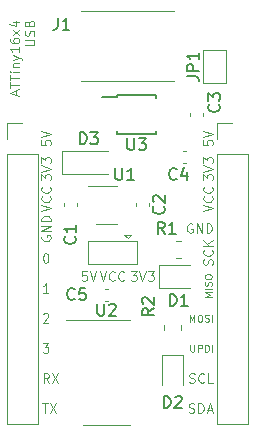
<source format=gbr>
%TF.GenerationSoftware,KiCad,Pcbnew,(5.1.9)-1*%
%TF.CreationDate,2022-01-17T13:57:47-05:00*%
%TF.ProjectId,Dev16x4USB,44657631-3678-4345-9553-422e6b696361,rev?*%
%TF.SameCoordinates,Original*%
%TF.FileFunction,Legend,Top*%
%TF.FilePolarity,Positive*%
%FSLAX46Y46*%
G04 Gerber Fmt 4.6, Leading zero omitted, Abs format (unit mm)*
G04 Created by KiCad (PCBNEW (5.1.9)-1) date 2022-01-17 13:57:47*
%MOMM*%
%LPD*%
G01*
G04 APERTURE LIST*
%ADD10C,0.100000*%
%ADD11C,0.120000*%
%ADD12C,0.150000*%
G04 APERTURE END LIST*
D10*
X106163333Y-82665000D02*
X106163333Y-82284047D01*
X106391904Y-82741190D02*
X105591904Y-82474523D01*
X106391904Y-82207857D01*
X105591904Y-82055476D02*
X105591904Y-81598333D01*
X106391904Y-81826904D02*
X105591904Y-81826904D01*
X105591904Y-81445952D02*
X105591904Y-80988809D01*
X106391904Y-81217380D02*
X105591904Y-81217380D01*
X106391904Y-80722142D02*
X105858571Y-80722142D01*
X105591904Y-80722142D02*
X105630000Y-80760238D01*
X105668095Y-80722142D01*
X105630000Y-80684047D01*
X105591904Y-80722142D01*
X105668095Y-80722142D01*
X105858571Y-80341190D02*
X106391904Y-80341190D01*
X105934761Y-80341190D02*
X105896666Y-80303095D01*
X105858571Y-80226904D01*
X105858571Y-80112619D01*
X105896666Y-80036428D01*
X105972857Y-79998333D01*
X106391904Y-79998333D01*
X105858571Y-79693571D02*
X106391904Y-79503095D01*
X105858571Y-79312619D02*
X106391904Y-79503095D01*
X106582380Y-79579285D01*
X106620476Y-79617380D01*
X106658571Y-79693571D01*
X106391904Y-78588809D02*
X106391904Y-79045952D01*
X106391904Y-78817380D02*
X105591904Y-78817380D01*
X105706190Y-78893571D01*
X105782380Y-78969761D01*
X105820476Y-79045952D01*
X105591904Y-77903095D02*
X105591904Y-78055476D01*
X105630000Y-78131666D01*
X105668095Y-78169761D01*
X105782380Y-78245952D01*
X105934761Y-78284047D01*
X106239523Y-78284047D01*
X106315714Y-78245952D01*
X106353809Y-78207857D01*
X106391904Y-78131666D01*
X106391904Y-77979285D01*
X106353809Y-77903095D01*
X106315714Y-77865000D01*
X106239523Y-77826904D01*
X106049047Y-77826904D01*
X105972857Y-77865000D01*
X105934761Y-77903095D01*
X105896666Y-77979285D01*
X105896666Y-78131666D01*
X105934761Y-78207857D01*
X105972857Y-78245952D01*
X106049047Y-78284047D01*
X106391904Y-77560238D02*
X105858571Y-77141190D01*
X105858571Y-77560238D02*
X106391904Y-77141190D01*
X105858571Y-76493571D02*
X106391904Y-76493571D01*
X105553809Y-76684047D02*
X106125238Y-76874523D01*
X106125238Y-76379285D01*
X106891904Y-78474523D02*
X107539523Y-78474523D01*
X107615714Y-78436428D01*
X107653809Y-78398333D01*
X107691904Y-78322142D01*
X107691904Y-78169761D01*
X107653809Y-78093571D01*
X107615714Y-78055476D01*
X107539523Y-78017380D01*
X106891904Y-78017380D01*
X107653809Y-77674523D02*
X107691904Y-77560238D01*
X107691904Y-77369761D01*
X107653809Y-77293571D01*
X107615714Y-77255476D01*
X107539523Y-77217380D01*
X107463333Y-77217380D01*
X107387142Y-77255476D01*
X107349047Y-77293571D01*
X107310952Y-77369761D01*
X107272857Y-77522142D01*
X107234761Y-77598333D01*
X107196666Y-77636428D01*
X107120476Y-77674523D01*
X107044285Y-77674523D01*
X106968095Y-77636428D01*
X106930000Y-77598333D01*
X106891904Y-77522142D01*
X106891904Y-77331666D01*
X106930000Y-77217380D01*
X107272857Y-76607857D02*
X107310952Y-76493571D01*
X107349047Y-76455476D01*
X107425238Y-76417380D01*
X107539523Y-76417380D01*
X107615714Y-76455476D01*
X107653809Y-76493571D01*
X107691904Y-76569761D01*
X107691904Y-76874523D01*
X106891904Y-76874523D01*
X106891904Y-76607857D01*
X106930000Y-76531666D01*
X106968095Y-76493571D01*
X107044285Y-76455476D01*
X107120476Y-76455476D01*
X107196666Y-76493571D01*
X107234761Y-76531666D01*
X107272857Y-76607857D01*
X107272857Y-76874523D01*
X121989904Y-86512380D02*
X121989904Y-86893333D01*
X122370857Y-86931428D01*
X122332761Y-86893333D01*
X122294666Y-86817142D01*
X122294666Y-86626666D01*
X122332761Y-86550476D01*
X122370857Y-86512380D01*
X122447047Y-86474285D01*
X122637523Y-86474285D01*
X122713714Y-86512380D01*
X122751809Y-86550476D01*
X122789904Y-86626666D01*
X122789904Y-86817142D01*
X122751809Y-86893333D01*
X122713714Y-86931428D01*
X121989904Y-86245714D02*
X122789904Y-85979047D01*
X121989904Y-85712380D01*
X121989904Y-89890476D02*
X121989904Y-89395238D01*
X122294666Y-89661904D01*
X122294666Y-89547619D01*
X122332761Y-89471428D01*
X122370857Y-89433333D01*
X122447047Y-89395238D01*
X122637523Y-89395238D01*
X122713714Y-89433333D01*
X122751809Y-89471428D01*
X122789904Y-89547619D01*
X122789904Y-89776190D01*
X122751809Y-89852380D01*
X122713714Y-89890476D01*
X121989904Y-89166666D02*
X122789904Y-88900000D01*
X121989904Y-88633333D01*
X121989904Y-88442857D02*
X121989904Y-87947619D01*
X122294666Y-88214285D01*
X122294666Y-88100000D01*
X122332761Y-88023809D01*
X122370857Y-87985714D01*
X122447047Y-87947619D01*
X122637523Y-87947619D01*
X122713714Y-87985714D01*
X122751809Y-88023809D01*
X122789904Y-88100000D01*
X122789904Y-88328571D01*
X122751809Y-88404761D01*
X122713714Y-88442857D01*
X121989904Y-92506666D02*
X122789904Y-92240000D01*
X121989904Y-91973333D01*
X122713714Y-91249523D02*
X122751809Y-91287619D01*
X122789904Y-91401904D01*
X122789904Y-91478095D01*
X122751809Y-91592380D01*
X122675619Y-91668571D01*
X122599428Y-91706666D01*
X122447047Y-91744761D01*
X122332761Y-91744761D01*
X122180380Y-91706666D01*
X122104190Y-91668571D01*
X122028000Y-91592380D01*
X121989904Y-91478095D01*
X121989904Y-91401904D01*
X122028000Y-91287619D01*
X122066095Y-91249523D01*
X122713714Y-90449523D02*
X122751809Y-90487619D01*
X122789904Y-90601904D01*
X122789904Y-90678095D01*
X122751809Y-90792380D01*
X122675619Y-90868571D01*
X122599428Y-90906666D01*
X122447047Y-90944761D01*
X122332761Y-90944761D01*
X122180380Y-90906666D01*
X122104190Y-90868571D01*
X122028000Y-90792380D01*
X121989904Y-90678095D01*
X121989904Y-90601904D01*
X122028000Y-90487619D01*
X122066095Y-90449523D01*
X121042428Y-93580000D02*
X120966238Y-93541904D01*
X120851952Y-93541904D01*
X120737666Y-93580000D01*
X120661476Y-93656190D01*
X120623380Y-93732380D01*
X120585285Y-93884761D01*
X120585285Y-93999047D01*
X120623380Y-94151428D01*
X120661476Y-94227619D01*
X120737666Y-94303809D01*
X120851952Y-94341904D01*
X120928142Y-94341904D01*
X121042428Y-94303809D01*
X121080523Y-94265714D01*
X121080523Y-93999047D01*
X120928142Y-93999047D01*
X121423380Y-94341904D02*
X121423380Y-93541904D01*
X121880523Y-94341904D01*
X121880523Y-93541904D01*
X122261476Y-94341904D02*
X122261476Y-93541904D01*
X122451952Y-93541904D01*
X122566238Y-93580000D01*
X122642428Y-93656190D01*
X122680523Y-93732380D01*
X122718619Y-93884761D01*
X122718619Y-93999047D01*
X122680523Y-94151428D01*
X122642428Y-94227619D01*
X122566238Y-94303809D01*
X122451952Y-94341904D01*
X122261476Y-94341904D01*
X122751809Y-97040571D02*
X122789904Y-96926285D01*
X122789904Y-96735809D01*
X122751809Y-96659619D01*
X122713714Y-96621523D01*
X122637523Y-96583428D01*
X122561333Y-96583428D01*
X122485142Y-96621523D01*
X122447047Y-96659619D01*
X122408952Y-96735809D01*
X122370857Y-96888190D01*
X122332761Y-96964380D01*
X122294666Y-97002476D01*
X122218476Y-97040571D01*
X122142285Y-97040571D01*
X122066095Y-97002476D01*
X122028000Y-96964380D01*
X121989904Y-96888190D01*
X121989904Y-96697714D01*
X122028000Y-96583428D01*
X122713714Y-95783428D02*
X122751809Y-95821523D01*
X122789904Y-95935809D01*
X122789904Y-96012000D01*
X122751809Y-96126285D01*
X122675619Y-96202476D01*
X122599428Y-96240571D01*
X122447047Y-96278666D01*
X122332761Y-96278666D01*
X122180380Y-96240571D01*
X122104190Y-96202476D01*
X122028000Y-96126285D01*
X121989904Y-96012000D01*
X121989904Y-95935809D01*
X122028000Y-95821523D01*
X122066095Y-95783428D01*
X122789904Y-95440571D02*
X121989904Y-95440571D01*
X122789904Y-94983428D02*
X122332761Y-95326285D01*
X121989904Y-94983428D02*
X122447047Y-95440571D01*
X122699428Y-99774285D02*
X122099428Y-99774285D01*
X122528000Y-99574285D01*
X122099428Y-99374285D01*
X122699428Y-99374285D01*
X122699428Y-99088571D02*
X122099428Y-99088571D01*
X122670857Y-98831428D02*
X122699428Y-98745714D01*
X122699428Y-98602857D01*
X122670857Y-98545714D01*
X122642285Y-98517142D01*
X122585142Y-98488571D01*
X122528000Y-98488571D01*
X122470857Y-98517142D01*
X122442285Y-98545714D01*
X122413714Y-98602857D01*
X122385142Y-98717142D01*
X122356571Y-98774285D01*
X122328000Y-98802857D01*
X122270857Y-98831428D01*
X122213714Y-98831428D01*
X122156571Y-98802857D01*
X122128000Y-98774285D01*
X122099428Y-98717142D01*
X122099428Y-98574285D01*
X122128000Y-98488571D01*
X122099428Y-98117142D02*
X122099428Y-98002857D01*
X122128000Y-97945714D01*
X122185142Y-97888571D01*
X122299428Y-97860000D01*
X122499428Y-97860000D01*
X122613714Y-97888571D01*
X122670857Y-97945714D01*
X122699428Y-98002857D01*
X122699428Y-98117142D01*
X122670857Y-98174285D01*
X122613714Y-98231428D01*
X122499428Y-98260000D01*
X122299428Y-98260000D01*
X122185142Y-98231428D01*
X122128000Y-98174285D01*
X122099428Y-98117142D01*
X120842428Y-101871428D02*
X120842428Y-101271428D01*
X121042428Y-101700000D01*
X121242428Y-101271428D01*
X121242428Y-101871428D01*
X121642428Y-101271428D02*
X121756714Y-101271428D01*
X121813857Y-101300000D01*
X121871000Y-101357142D01*
X121899571Y-101471428D01*
X121899571Y-101671428D01*
X121871000Y-101785714D01*
X121813857Y-101842857D01*
X121756714Y-101871428D01*
X121642428Y-101871428D01*
X121585285Y-101842857D01*
X121528142Y-101785714D01*
X121499571Y-101671428D01*
X121499571Y-101471428D01*
X121528142Y-101357142D01*
X121585285Y-101300000D01*
X121642428Y-101271428D01*
X122128142Y-101842857D02*
X122213857Y-101871428D01*
X122356714Y-101871428D01*
X122413857Y-101842857D01*
X122442428Y-101814285D01*
X122471000Y-101757142D01*
X122471000Y-101700000D01*
X122442428Y-101642857D01*
X122413857Y-101614285D01*
X122356714Y-101585714D01*
X122242428Y-101557142D01*
X122185285Y-101528571D01*
X122156714Y-101500000D01*
X122128142Y-101442857D01*
X122128142Y-101385714D01*
X122156714Y-101328571D01*
X122185285Y-101300000D01*
X122242428Y-101271428D01*
X122385285Y-101271428D01*
X122471000Y-101300000D01*
X122728142Y-101871428D02*
X122728142Y-101271428D01*
X120899571Y-103811428D02*
X120899571Y-104297142D01*
X120928142Y-104354285D01*
X120956714Y-104382857D01*
X121013857Y-104411428D01*
X121128142Y-104411428D01*
X121185285Y-104382857D01*
X121213857Y-104354285D01*
X121242428Y-104297142D01*
X121242428Y-103811428D01*
X121528142Y-104411428D02*
X121528142Y-103811428D01*
X121756714Y-103811428D01*
X121813857Y-103840000D01*
X121842428Y-103868571D01*
X121871000Y-103925714D01*
X121871000Y-104011428D01*
X121842428Y-104068571D01*
X121813857Y-104097142D01*
X121756714Y-104125714D01*
X121528142Y-104125714D01*
X122128142Y-104411428D02*
X122128142Y-103811428D01*
X122271000Y-103811428D01*
X122356714Y-103840000D01*
X122413857Y-103897142D01*
X122442428Y-103954285D01*
X122471000Y-104068571D01*
X122471000Y-104154285D01*
X122442428Y-104268571D01*
X122413857Y-104325714D01*
X122356714Y-104382857D01*
X122271000Y-104411428D01*
X122128142Y-104411428D01*
X122728142Y-104411428D02*
X122728142Y-103811428D01*
X120813857Y-107003809D02*
X120928142Y-107041904D01*
X121118619Y-107041904D01*
X121194809Y-107003809D01*
X121232904Y-106965714D01*
X121271000Y-106889523D01*
X121271000Y-106813333D01*
X121232904Y-106737142D01*
X121194809Y-106699047D01*
X121118619Y-106660952D01*
X120966238Y-106622857D01*
X120890047Y-106584761D01*
X120851952Y-106546666D01*
X120813857Y-106470476D01*
X120813857Y-106394285D01*
X120851952Y-106318095D01*
X120890047Y-106280000D01*
X120966238Y-106241904D01*
X121156714Y-106241904D01*
X121271000Y-106280000D01*
X122071000Y-106965714D02*
X122032904Y-107003809D01*
X121918619Y-107041904D01*
X121842428Y-107041904D01*
X121728142Y-107003809D01*
X121651952Y-106927619D01*
X121613857Y-106851428D01*
X121575761Y-106699047D01*
X121575761Y-106584761D01*
X121613857Y-106432380D01*
X121651952Y-106356190D01*
X121728142Y-106280000D01*
X121842428Y-106241904D01*
X121918619Y-106241904D01*
X122032904Y-106280000D01*
X122071000Y-106318095D01*
X122794809Y-107041904D02*
X122413857Y-107041904D01*
X122413857Y-106241904D01*
X120775761Y-109543809D02*
X120890047Y-109581904D01*
X121080523Y-109581904D01*
X121156714Y-109543809D01*
X121194809Y-109505714D01*
X121232904Y-109429523D01*
X121232904Y-109353333D01*
X121194809Y-109277142D01*
X121156714Y-109239047D01*
X121080523Y-109200952D01*
X120928142Y-109162857D01*
X120851952Y-109124761D01*
X120813857Y-109086666D01*
X120775761Y-109010476D01*
X120775761Y-108934285D01*
X120813857Y-108858095D01*
X120851952Y-108820000D01*
X120928142Y-108781904D01*
X121118619Y-108781904D01*
X121232904Y-108820000D01*
X121575761Y-109581904D02*
X121575761Y-108781904D01*
X121766238Y-108781904D01*
X121880523Y-108820000D01*
X121956714Y-108896190D01*
X121994809Y-108972380D01*
X122032904Y-109124761D01*
X122032904Y-109239047D01*
X121994809Y-109391428D01*
X121956714Y-109467619D01*
X121880523Y-109543809D01*
X121766238Y-109581904D01*
X121575761Y-109581904D01*
X122337666Y-109353333D02*
X122718619Y-109353333D01*
X122261476Y-109581904D02*
X122528142Y-108781904D01*
X122794809Y-109581904D01*
X108345190Y-108781904D02*
X108802333Y-108781904D01*
X108573761Y-109581904D02*
X108573761Y-108781904D01*
X108992809Y-108781904D02*
X109526142Y-109581904D01*
X109526142Y-108781904D02*
X108992809Y-109581904D01*
X108916619Y-107041904D02*
X108649952Y-106660952D01*
X108459476Y-107041904D02*
X108459476Y-106241904D01*
X108764238Y-106241904D01*
X108840428Y-106280000D01*
X108878523Y-106318095D01*
X108916619Y-106394285D01*
X108916619Y-106508571D01*
X108878523Y-106584761D01*
X108840428Y-106622857D01*
X108764238Y-106660952D01*
X108459476Y-106660952D01*
X109183285Y-106241904D02*
X109716619Y-107041904D01*
X109716619Y-106241904D02*
X109183285Y-107041904D01*
X108383285Y-103701904D02*
X108878523Y-103701904D01*
X108611857Y-104006666D01*
X108726142Y-104006666D01*
X108802333Y-104044761D01*
X108840428Y-104082857D01*
X108878523Y-104159047D01*
X108878523Y-104349523D01*
X108840428Y-104425714D01*
X108802333Y-104463809D01*
X108726142Y-104501904D01*
X108497571Y-104501904D01*
X108421380Y-104463809D01*
X108383285Y-104425714D01*
X108421380Y-101238095D02*
X108459476Y-101200000D01*
X108535666Y-101161904D01*
X108726142Y-101161904D01*
X108802333Y-101200000D01*
X108840428Y-101238095D01*
X108878523Y-101314285D01*
X108878523Y-101390476D01*
X108840428Y-101504761D01*
X108383285Y-101961904D01*
X108878523Y-101961904D01*
X108878523Y-99421904D02*
X108421380Y-99421904D01*
X108649952Y-99421904D02*
X108649952Y-98621904D01*
X108573761Y-98736190D01*
X108497571Y-98812380D01*
X108421380Y-98850476D01*
X108611857Y-96081904D02*
X108688047Y-96081904D01*
X108764238Y-96120000D01*
X108802333Y-96158095D01*
X108840428Y-96234285D01*
X108878523Y-96386666D01*
X108878523Y-96577142D01*
X108840428Y-96729523D01*
X108802333Y-96805714D01*
X108764238Y-96843809D01*
X108688047Y-96881904D01*
X108611857Y-96881904D01*
X108535666Y-96843809D01*
X108497571Y-96805714D01*
X108459476Y-96729523D01*
X108421380Y-96577142D01*
X108421380Y-96386666D01*
X108459476Y-96234285D01*
X108497571Y-96158095D01*
X108535666Y-96120000D01*
X108611857Y-96081904D01*
X108312000Y-94589523D02*
X108273904Y-94665714D01*
X108273904Y-94780000D01*
X108312000Y-94894285D01*
X108388190Y-94970476D01*
X108464380Y-95008571D01*
X108616761Y-95046666D01*
X108731047Y-95046666D01*
X108883428Y-95008571D01*
X108959619Y-94970476D01*
X109035809Y-94894285D01*
X109073904Y-94780000D01*
X109073904Y-94703809D01*
X109035809Y-94589523D01*
X108997714Y-94551428D01*
X108731047Y-94551428D01*
X108731047Y-94703809D01*
X109073904Y-94208571D02*
X108273904Y-94208571D01*
X109073904Y-93751428D01*
X108273904Y-93751428D01*
X109073904Y-93370476D02*
X108273904Y-93370476D01*
X108273904Y-93180000D01*
X108312000Y-93065714D01*
X108388190Y-92989523D01*
X108464380Y-92951428D01*
X108616761Y-92913333D01*
X108731047Y-92913333D01*
X108883428Y-92951428D01*
X108959619Y-92989523D01*
X109035809Y-93065714D01*
X109073904Y-93180000D01*
X109073904Y-93370476D01*
X108273904Y-92506666D02*
X109073904Y-92240000D01*
X108273904Y-91973333D01*
X108997714Y-91249523D02*
X109035809Y-91287619D01*
X109073904Y-91401904D01*
X109073904Y-91478095D01*
X109035809Y-91592380D01*
X108959619Y-91668571D01*
X108883428Y-91706666D01*
X108731047Y-91744761D01*
X108616761Y-91744761D01*
X108464380Y-91706666D01*
X108388190Y-91668571D01*
X108312000Y-91592380D01*
X108273904Y-91478095D01*
X108273904Y-91401904D01*
X108312000Y-91287619D01*
X108350095Y-91249523D01*
X108997714Y-90449523D02*
X109035809Y-90487619D01*
X109073904Y-90601904D01*
X109073904Y-90678095D01*
X109035809Y-90792380D01*
X108959619Y-90868571D01*
X108883428Y-90906666D01*
X108731047Y-90944761D01*
X108616761Y-90944761D01*
X108464380Y-90906666D01*
X108388190Y-90868571D01*
X108312000Y-90792380D01*
X108273904Y-90678095D01*
X108273904Y-90601904D01*
X108312000Y-90487619D01*
X108350095Y-90449523D01*
X108273904Y-89890476D02*
X108273904Y-89395238D01*
X108578666Y-89661904D01*
X108578666Y-89547619D01*
X108616761Y-89471428D01*
X108654857Y-89433333D01*
X108731047Y-89395238D01*
X108921523Y-89395238D01*
X108997714Y-89433333D01*
X109035809Y-89471428D01*
X109073904Y-89547619D01*
X109073904Y-89776190D01*
X109035809Y-89852380D01*
X108997714Y-89890476D01*
X108273904Y-89166666D02*
X109073904Y-88900000D01*
X108273904Y-88633333D01*
X108273904Y-88442857D02*
X108273904Y-87947619D01*
X108578666Y-88214285D01*
X108578666Y-88100000D01*
X108616761Y-88023809D01*
X108654857Y-87985714D01*
X108731047Y-87947619D01*
X108921523Y-87947619D01*
X108997714Y-87985714D01*
X109035809Y-88023809D01*
X109073904Y-88100000D01*
X109073904Y-88328571D01*
X109035809Y-88404761D01*
X108997714Y-88442857D01*
X108273904Y-86512380D02*
X108273904Y-86893333D01*
X108654857Y-86931428D01*
X108616761Y-86893333D01*
X108578666Y-86817142D01*
X108578666Y-86626666D01*
X108616761Y-86550476D01*
X108654857Y-86512380D01*
X108731047Y-86474285D01*
X108921523Y-86474285D01*
X108997714Y-86512380D01*
X109035809Y-86550476D01*
X109073904Y-86626666D01*
X109073904Y-86817142D01*
X109035809Y-86893333D01*
X108997714Y-86931428D01*
X108273904Y-86245714D02*
X109073904Y-85979047D01*
X108273904Y-85712380D01*
X115849523Y-97605904D02*
X116344761Y-97605904D01*
X116078095Y-97910666D01*
X116192380Y-97910666D01*
X116268571Y-97948761D01*
X116306666Y-97986857D01*
X116344761Y-98063047D01*
X116344761Y-98253523D01*
X116306666Y-98329714D01*
X116268571Y-98367809D01*
X116192380Y-98405904D01*
X115963809Y-98405904D01*
X115887619Y-98367809D01*
X115849523Y-98329714D01*
X116573333Y-97605904D02*
X116840000Y-98405904D01*
X117106666Y-97605904D01*
X117297142Y-97605904D02*
X117792380Y-97605904D01*
X117525714Y-97910666D01*
X117640000Y-97910666D01*
X117716190Y-97948761D01*
X117754285Y-97986857D01*
X117792380Y-98063047D01*
X117792380Y-98253523D01*
X117754285Y-98329714D01*
X117716190Y-98367809D01*
X117640000Y-98405904D01*
X117411428Y-98405904D01*
X117335238Y-98367809D01*
X117297142Y-98329714D01*
X112115619Y-97605904D02*
X111734666Y-97605904D01*
X111696571Y-97986857D01*
X111734666Y-97948761D01*
X111810857Y-97910666D01*
X112001333Y-97910666D01*
X112077523Y-97948761D01*
X112115619Y-97986857D01*
X112153714Y-98063047D01*
X112153714Y-98253523D01*
X112115619Y-98329714D01*
X112077523Y-98367809D01*
X112001333Y-98405904D01*
X111810857Y-98405904D01*
X111734666Y-98367809D01*
X111696571Y-98329714D01*
X112382285Y-97605904D02*
X112648952Y-98405904D01*
X112915619Y-97605904D01*
D11*
%TO.C,U1*%
X114692000Y-90338000D02*
X112242000Y-90338000D01*
X112892000Y-93558000D02*
X114692000Y-93558000D01*
%TO.C,D3*%
X110018000Y-87392000D02*
X113918000Y-87392000D01*
X110018000Y-89392000D02*
X113918000Y-89392000D01*
X110018000Y-87392000D02*
X110018000Y-89392000D01*
%TO.C,D2*%
X120230000Y-104672000D02*
X120230000Y-107222000D01*
X118530000Y-104672000D02*
X118530000Y-107222000D01*
X120230000Y-104672000D02*
X118530000Y-104672000D01*
%TO.C,C5*%
X113651420Y-100078000D02*
X113932580Y-100078000D01*
X113651420Y-99058000D02*
X113932580Y-99058000D01*
%TO.C,C4*%
X120255420Y-88394000D02*
X120536580Y-88394000D01*
X120255420Y-87374000D02*
X120536580Y-87374000D01*
%TO.C,C3*%
X120902000Y-84187420D02*
X120902000Y-84468580D01*
X121922000Y-84187420D02*
X121922000Y-84468580D01*
%TO.C,C2*%
X116330000Y-91807420D02*
X116330000Y-92088580D01*
X117350000Y-91807420D02*
X117350000Y-92088580D01*
%TO.C,C1*%
X110234000Y-91807420D02*
X110234000Y-92088580D01*
X111254000Y-91807420D02*
X111254000Y-92088580D01*
%TO.C,J3*%
X123130000Y-110550000D02*
X125790000Y-110550000D01*
X123130000Y-87630000D02*
X123130000Y-110550000D01*
X125790000Y-87630000D02*
X125790000Y-110550000D01*
X123130000Y-87630000D02*
X125790000Y-87630000D01*
X123130000Y-86360000D02*
X123130000Y-85030000D01*
X123130000Y-85030000D02*
X124460000Y-85030000D01*
%TO.C,J2*%
X105350000Y-110550000D02*
X108010000Y-110550000D01*
X105350000Y-87630000D02*
X105350000Y-110550000D01*
X108010000Y-87630000D02*
X108010000Y-110550000D01*
X105350000Y-87630000D02*
X108010000Y-87630000D01*
X105350000Y-86360000D02*
X105350000Y-85030000D01*
X105350000Y-85030000D02*
X106680000Y-85030000D01*
%TO.C,R2*%
X120115000Y-102589064D02*
X120115000Y-102134936D01*
X118645000Y-102589064D02*
X118645000Y-102134936D01*
%TO.C,R1*%
X119660936Y-96493000D02*
X120115064Y-96493000D01*
X119660936Y-95023000D02*
X120115064Y-95023000D01*
%TO.C,VCC*%
X116350000Y-97012000D02*
X112250000Y-97012000D01*
X112250000Y-97012000D02*
X112250000Y-95012000D01*
X112250000Y-95012000D02*
X116350000Y-95012000D01*
X116350000Y-95012000D02*
X116350000Y-97012000D01*
X115600000Y-94812000D02*
X115900000Y-94512000D01*
X115900000Y-94512000D02*
X115300000Y-94512000D01*
X115600000Y-94812000D02*
X115300000Y-94512000D01*
%TO.C,JP1*%
X121936000Y-81664000D02*
X121936000Y-78864000D01*
X121936000Y-78864000D02*
X123936000Y-78864000D01*
X123936000Y-78864000D02*
X123936000Y-81664000D01*
X123936000Y-81664000D02*
X121936000Y-81664000D01*
%TO.C,J1*%
X119470000Y-81474000D02*
X111670000Y-81474000D01*
X111670000Y-75594000D02*
X119470000Y-75594000D01*
%TO.C,D1*%
X118203000Y-99004000D02*
X120888000Y-99004000D01*
X118203000Y-97084000D02*
X118203000Y-99004000D01*
X120888000Y-97084000D02*
X118203000Y-97084000D01*
D12*
%TO.C,U3*%
X114657000Y-82653000D02*
X114657000Y-82878000D01*
X118007000Y-82653000D02*
X118007000Y-82953000D01*
X118007000Y-86003000D02*
X118007000Y-85703000D01*
X114657000Y-86003000D02*
X114657000Y-85703000D01*
X114657000Y-82653000D02*
X118007000Y-82653000D01*
X114657000Y-86003000D02*
X118007000Y-86003000D01*
X114657000Y-82878000D02*
X113432000Y-82878000D01*
D11*
%TO.C,U2*%
X113792000Y-110607000D02*
X115742000Y-110607000D01*
X113792000Y-110607000D02*
X111842000Y-110607000D01*
X113792000Y-101737000D02*
X115742000Y-101737000D01*
X113792000Y-101737000D02*
X110342000Y-101737000D01*
%TO.C,U1*%
D12*
X114554095Y-88860380D02*
X114554095Y-89669904D01*
X114601714Y-89765142D01*
X114649333Y-89812761D01*
X114744571Y-89860380D01*
X114935047Y-89860380D01*
X115030285Y-89812761D01*
X115077904Y-89765142D01*
X115125523Y-89669904D01*
X115125523Y-88860380D01*
X116125523Y-89860380D02*
X115554095Y-89860380D01*
X115839809Y-89860380D02*
X115839809Y-88860380D01*
X115744571Y-89003238D01*
X115649333Y-89098476D01*
X115554095Y-89146095D01*
%TO.C,D3*%
X111529904Y-86844380D02*
X111529904Y-85844380D01*
X111768000Y-85844380D01*
X111910857Y-85892000D01*
X112006095Y-85987238D01*
X112053714Y-86082476D01*
X112101333Y-86272952D01*
X112101333Y-86415809D01*
X112053714Y-86606285D01*
X112006095Y-86701523D01*
X111910857Y-86796761D01*
X111768000Y-86844380D01*
X111529904Y-86844380D01*
X112434666Y-85844380D02*
X113053714Y-85844380D01*
X112720380Y-86225333D01*
X112863238Y-86225333D01*
X112958476Y-86272952D01*
X113006095Y-86320571D01*
X113053714Y-86415809D01*
X113053714Y-86653904D01*
X113006095Y-86749142D01*
X112958476Y-86796761D01*
X112863238Y-86844380D01*
X112577523Y-86844380D01*
X112482285Y-86796761D01*
X112434666Y-86749142D01*
%TO.C,D2*%
X118641904Y-109164380D02*
X118641904Y-108164380D01*
X118880000Y-108164380D01*
X119022857Y-108212000D01*
X119118095Y-108307238D01*
X119165714Y-108402476D01*
X119213333Y-108592952D01*
X119213333Y-108735809D01*
X119165714Y-108926285D01*
X119118095Y-109021523D01*
X119022857Y-109116761D01*
X118880000Y-109164380D01*
X118641904Y-109164380D01*
X119594285Y-108259619D02*
X119641904Y-108212000D01*
X119737142Y-108164380D01*
X119975238Y-108164380D01*
X120070476Y-108212000D01*
X120118095Y-108259619D01*
X120165714Y-108354857D01*
X120165714Y-108450095D01*
X120118095Y-108592952D01*
X119546666Y-109164380D01*
X120165714Y-109164380D01*
%TO.C,C5*%
X111085333Y-99925142D02*
X111037714Y-99972761D01*
X110894857Y-100020380D01*
X110799619Y-100020380D01*
X110656761Y-99972761D01*
X110561523Y-99877523D01*
X110513904Y-99782285D01*
X110466285Y-99591809D01*
X110466285Y-99448952D01*
X110513904Y-99258476D01*
X110561523Y-99163238D01*
X110656761Y-99068000D01*
X110799619Y-99020380D01*
X110894857Y-99020380D01*
X111037714Y-99068000D01*
X111085333Y-99115619D01*
X111990095Y-99020380D02*
X111513904Y-99020380D01*
X111466285Y-99496571D01*
X111513904Y-99448952D01*
X111609142Y-99401333D01*
X111847238Y-99401333D01*
X111942476Y-99448952D01*
X111990095Y-99496571D01*
X112037714Y-99591809D01*
X112037714Y-99829904D01*
X111990095Y-99925142D01*
X111942476Y-99972761D01*
X111847238Y-100020380D01*
X111609142Y-100020380D01*
X111513904Y-99972761D01*
X111466285Y-99925142D01*
%TO.C,C4*%
X119721333Y-89765142D02*
X119673714Y-89812761D01*
X119530857Y-89860380D01*
X119435619Y-89860380D01*
X119292761Y-89812761D01*
X119197523Y-89717523D01*
X119149904Y-89622285D01*
X119102285Y-89431809D01*
X119102285Y-89288952D01*
X119149904Y-89098476D01*
X119197523Y-89003238D01*
X119292761Y-88908000D01*
X119435619Y-88860380D01*
X119530857Y-88860380D01*
X119673714Y-88908000D01*
X119721333Y-88955619D01*
X120578476Y-89193714D02*
X120578476Y-89860380D01*
X120340380Y-88812761D02*
X120102285Y-89527047D01*
X120721333Y-89527047D01*
%TO.C,C3*%
X123293142Y-83478666D02*
X123340761Y-83526285D01*
X123388380Y-83669142D01*
X123388380Y-83764380D01*
X123340761Y-83907238D01*
X123245523Y-84002476D01*
X123150285Y-84050095D01*
X122959809Y-84097714D01*
X122816952Y-84097714D01*
X122626476Y-84050095D01*
X122531238Y-84002476D01*
X122436000Y-83907238D01*
X122388380Y-83764380D01*
X122388380Y-83669142D01*
X122436000Y-83526285D01*
X122483619Y-83478666D01*
X122388380Y-83145333D02*
X122388380Y-82526285D01*
X122769333Y-82859619D01*
X122769333Y-82716761D01*
X122816952Y-82621523D01*
X122864571Y-82573904D01*
X122959809Y-82526285D01*
X123197904Y-82526285D01*
X123293142Y-82573904D01*
X123340761Y-82621523D01*
X123388380Y-82716761D01*
X123388380Y-83002476D01*
X123340761Y-83097714D01*
X123293142Y-83145333D01*
%TO.C,C2*%
X118627142Y-92114666D02*
X118674761Y-92162285D01*
X118722380Y-92305142D01*
X118722380Y-92400380D01*
X118674761Y-92543238D01*
X118579523Y-92638476D01*
X118484285Y-92686095D01*
X118293809Y-92733714D01*
X118150952Y-92733714D01*
X117960476Y-92686095D01*
X117865238Y-92638476D01*
X117770000Y-92543238D01*
X117722380Y-92400380D01*
X117722380Y-92305142D01*
X117770000Y-92162285D01*
X117817619Y-92114666D01*
X117817619Y-91733714D02*
X117770000Y-91686095D01*
X117722380Y-91590857D01*
X117722380Y-91352761D01*
X117770000Y-91257523D01*
X117817619Y-91209904D01*
X117912857Y-91162285D01*
X118008095Y-91162285D01*
X118150952Y-91209904D01*
X118722380Y-91781333D01*
X118722380Y-91162285D01*
%TO.C,C1*%
X111101142Y-94654666D02*
X111148761Y-94702285D01*
X111196380Y-94845142D01*
X111196380Y-94940380D01*
X111148761Y-95083238D01*
X111053523Y-95178476D01*
X110958285Y-95226095D01*
X110767809Y-95273714D01*
X110624952Y-95273714D01*
X110434476Y-95226095D01*
X110339238Y-95178476D01*
X110244000Y-95083238D01*
X110196380Y-94940380D01*
X110196380Y-94845142D01*
X110244000Y-94702285D01*
X110291619Y-94654666D01*
X111196380Y-93702285D02*
X111196380Y-94273714D01*
X111196380Y-93988000D02*
X110196380Y-93988000D01*
X110339238Y-94083238D01*
X110434476Y-94178476D01*
X110482095Y-94273714D01*
%TO.C,R2*%
X117800380Y-100750666D02*
X117324190Y-101084000D01*
X117800380Y-101322095D02*
X116800380Y-101322095D01*
X116800380Y-100941142D01*
X116848000Y-100845904D01*
X116895619Y-100798285D01*
X116990857Y-100750666D01*
X117133714Y-100750666D01*
X117228952Y-100798285D01*
X117276571Y-100845904D01*
X117324190Y-100941142D01*
X117324190Y-101322095D01*
X116895619Y-100369714D02*
X116848000Y-100322095D01*
X116800380Y-100226857D01*
X116800380Y-99988761D01*
X116848000Y-99893523D01*
X116895619Y-99845904D01*
X116990857Y-99798285D01*
X117086095Y-99798285D01*
X117228952Y-99845904D01*
X117800380Y-100417333D01*
X117800380Y-99798285D01*
%TO.C,R1*%
X118705333Y-94432380D02*
X118372000Y-93956190D01*
X118133904Y-94432380D02*
X118133904Y-93432380D01*
X118514857Y-93432380D01*
X118610095Y-93480000D01*
X118657714Y-93527619D01*
X118705333Y-93622857D01*
X118705333Y-93765714D01*
X118657714Y-93860952D01*
X118610095Y-93908571D01*
X118514857Y-93956190D01*
X118133904Y-93956190D01*
X119657714Y-94432380D02*
X119086285Y-94432380D01*
X119372000Y-94432380D02*
X119372000Y-93432380D01*
X119276761Y-93575238D01*
X119181523Y-93670476D01*
X119086285Y-93718095D01*
%TO.C,VCC*%
D10*
X113233333Y-97605904D02*
X113500000Y-98405904D01*
X113766666Y-97605904D01*
X114490476Y-98329714D02*
X114452380Y-98367809D01*
X114338095Y-98405904D01*
X114261904Y-98405904D01*
X114147619Y-98367809D01*
X114071428Y-98291619D01*
X114033333Y-98215428D01*
X113995238Y-98063047D01*
X113995238Y-97948761D01*
X114033333Y-97796380D01*
X114071428Y-97720190D01*
X114147619Y-97644000D01*
X114261904Y-97605904D01*
X114338095Y-97605904D01*
X114452380Y-97644000D01*
X114490476Y-97682095D01*
X115290476Y-98329714D02*
X115252380Y-98367809D01*
X115138095Y-98405904D01*
X115061904Y-98405904D01*
X114947619Y-98367809D01*
X114871428Y-98291619D01*
X114833333Y-98215428D01*
X114795238Y-98063047D01*
X114795238Y-97948761D01*
X114833333Y-97796380D01*
X114871428Y-97720190D01*
X114947619Y-97644000D01*
X115061904Y-97605904D01*
X115138095Y-97605904D01*
X115252380Y-97644000D01*
X115290476Y-97682095D01*
%TO.C,JP1*%
D12*
X120588380Y-81097333D02*
X121302666Y-81097333D01*
X121445523Y-81144952D01*
X121540761Y-81240190D01*
X121588380Y-81383047D01*
X121588380Y-81478285D01*
X121588380Y-80621142D02*
X120588380Y-80621142D01*
X120588380Y-80240190D01*
X120636000Y-80144952D01*
X120683619Y-80097333D01*
X120778857Y-80049714D01*
X120921714Y-80049714D01*
X121016952Y-80097333D01*
X121064571Y-80144952D01*
X121112190Y-80240190D01*
X121112190Y-80621142D01*
X121588380Y-79097333D02*
X121588380Y-79668761D01*
X121588380Y-79383047D02*
X120588380Y-79383047D01*
X120731238Y-79478285D01*
X120826476Y-79573523D01*
X120874095Y-79668761D01*
%TO.C,J1*%
X109648666Y-76160380D02*
X109648666Y-76874666D01*
X109601047Y-77017523D01*
X109505809Y-77112761D01*
X109362952Y-77160380D01*
X109267714Y-77160380D01*
X110648666Y-77160380D02*
X110077238Y-77160380D01*
X110362952Y-77160380D02*
X110362952Y-76160380D01*
X110267714Y-76303238D01*
X110172476Y-76398476D01*
X110077238Y-76446095D01*
%TO.C,D1*%
X119149904Y-100528380D02*
X119149904Y-99528380D01*
X119388000Y-99528380D01*
X119530857Y-99576000D01*
X119626095Y-99671238D01*
X119673714Y-99766476D01*
X119721333Y-99956952D01*
X119721333Y-100099809D01*
X119673714Y-100290285D01*
X119626095Y-100385523D01*
X119530857Y-100480761D01*
X119388000Y-100528380D01*
X119149904Y-100528380D01*
X120673714Y-100528380D02*
X120102285Y-100528380D01*
X120388000Y-100528380D02*
X120388000Y-99528380D01*
X120292761Y-99671238D01*
X120197523Y-99766476D01*
X120102285Y-99814095D01*
%TO.C,U3*%
X115570095Y-86320380D02*
X115570095Y-87129904D01*
X115617714Y-87225142D01*
X115665333Y-87272761D01*
X115760571Y-87320380D01*
X115951047Y-87320380D01*
X116046285Y-87272761D01*
X116093904Y-87225142D01*
X116141523Y-87129904D01*
X116141523Y-86320380D01*
X116522476Y-86320380D02*
X117141523Y-86320380D01*
X116808190Y-86701333D01*
X116951047Y-86701333D01*
X117046285Y-86748952D01*
X117093904Y-86796571D01*
X117141523Y-86891809D01*
X117141523Y-87129904D01*
X117093904Y-87225142D01*
X117046285Y-87272761D01*
X116951047Y-87320380D01*
X116665333Y-87320380D01*
X116570095Y-87272761D01*
X116522476Y-87225142D01*
%TO.C,U2*%
X113030095Y-100344380D02*
X113030095Y-101153904D01*
X113077714Y-101249142D01*
X113125333Y-101296761D01*
X113220571Y-101344380D01*
X113411047Y-101344380D01*
X113506285Y-101296761D01*
X113553904Y-101249142D01*
X113601523Y-101153904D01*
X113601523Y-100344380D01*
X114030095Y-100439619D02*
X114077714Y-100392000D01*
X114172952Y-100344380D01*
X114411047Y-100344380D01*
X114506285Y-100392000D01*
X114553904Y-100439619D01*
X114601523Y-100534857D01*
X114601523Y-100630095D01*
X114553904Y-100772952D01*
X113982476Y-101344380D01*
X114601523Y-101344380D01*
%TD*%
M02*

</source>
